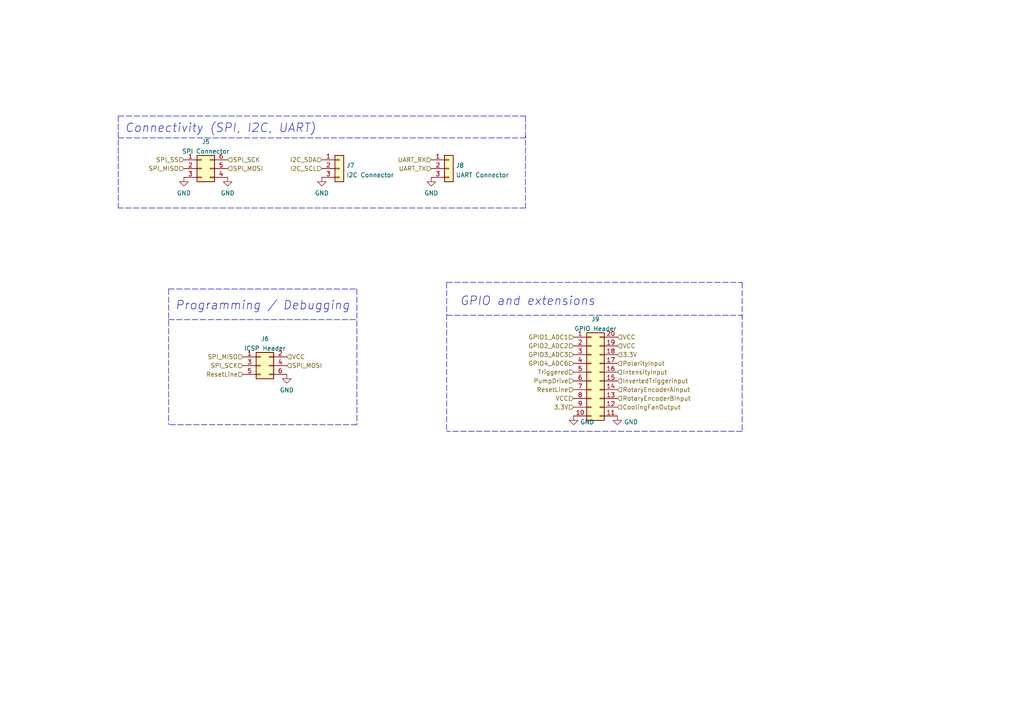
<source format=kicad_sch>
(kicad_sch (version 20211123) (generator eeschema)
  (paper "A4")
  (lib_symbols
    (symbol "Connector_Generic:Conn_01x03" (pin_names (offset 1.016) hide)
      (property "Reference" "J" (at 0 5.08 0))
      (property "Value" "Conn_01x03" (at 0 -5.08 0))
      (symbol "Conn_01x03_1_1"
        (rectangle (start -1.27 -2.413) (end 0 -2.667) (stroke (width 0.1524)))
        (rectangle (start -1.27 0.127) (end 0 -0.127) (stroke (width 0.1524)))
        (rectangle (start -1.27 2.667) (end 0 2.413) (stroke (width 0.1524)))
        (rectangle (start -1.27 3.81) (end 1.27 -3.81) (stroke (width 0.254)) (fill (type background)))
        (pin passive line (at -5.08 2.54 0) (length 3.81) (name "Pin_1") (number "1"))
        (pin passive line (at -5.08 0 0) (length 3.81) (name "Pin_2") (number "2"))
        (pin passive line (at -5.08 -2.54 0) (length 3.81) (name "Pin_3") (number "3"))
      )
    )
    (symbol "Connector_Generic:Conn_02x03_Counter_Clockwise" (pin_names (offset 1.016) hide)
      (property "Reference" "J" (at 1.27 5.08 0))
      (property "Value" "Conn_02x03_Counter_Clockwise" (at 1.27 -5.08 0))
      (symbol "Conn_02x03_Counter_Clockwise_1_1"
        (rectangle (start -1.27 -2.413) (end 0 -2.667) (stroke (width 0.1524)))
        (rectangle (start -1.27 0.127) (end 0 -0.127) (stroke (width 0.1524)))
        (rectangle (start -1.27 2.667) (end 0 2.413) (stroke (width 0.1524)))
        (rectangle (start -1.27 3.81) (end 3.81 -3.81) (stroke (width 0.254)) (fill (type background)))
        (rectangle (start 3.81 -2.413) (end 2.54 -2.667) (stroke (width 0.1524)))
        (rectangle (start 3.81 0.127) (end 2.54 -0.127) (stroke (width 0.1524)))
        (rectangle (start 3.81 2.667) (end 2.54 2.413) (stroke (width 0.1524)))
        (pin passive line (at -5.08 2.54 0) (length 3.81) (name "Pin_1") (number "1"))
        (pin passive line (at -5.08 0 0) (length 3.81) (name "Pin_2") (number "2"))
        (pin passive line (at -5.08 -2.54 0) (length 3.81) (name "Pin_3") (number "3"))
        (pin passive line (at 7.62 -2.54 180) (length 3.81) (name "Pin_4") (number "4"))
        (pin passive line (at 7.62 0 180) (length 3.81) (name "Pin_5") (number "5"))
        (pin passive line (at 7.62 2.54 180) (length 3.81) (name "Pin_6") (number "6"))
      )
    )
    (symbol "Connector_Generic:Conn_02x03_Odd_Even" (pin_names (offset 1.016) hide)
      (property "Reference" "J" (at 1.27 5.08 0))
      (property "Value" "Conn_02x03_Odd_Even" (at 1.27 -5.08 0))
      (symbol "Conn_02x03_Odd_Even_1_1"
        (rectangle (start -1.27 -2.413) (end 0 -2.667) (stroke (width 0.1524)))
        (rectangle (start -1.27 0.127) (end 0 -0.127) (stroke (width 0.1524)))
        (rectangle (start -1.27 2.667) (end 0 2.413) (stroke (width 0.1524)))
        (rectangle (start -1.27 3.81) (end 3.81 -3.81) (stroke (width 0.254)) (fill (type background)))
        (rectangle (start 3.81 -2.413) (end 2.54 -2.667) (stroke (width 0.1524)))
        (rectangle (start 3.81 0.127) (end 2.54 -0.127) (stroke (width 0.1524)))
        (rectangle (start 3.81 2.667) (end 2.54 2.413) (stroke (width 0.1524)))
        (pin passive line (at -5.08 2.54 0) (length 3.81) (name "Pin_1") (number "1"))
        (pin passive line (at 7.62 2.54 180) (length 3.81) (name "Pin_2") (number "2"))
        (pin passive line (at -5.08 0 0) (length 3.81) (name "Pin_3") (number "3"))
        (pin passive line (at 7.62 0 180) (length 3.81) (name "Pin_4") (number "4"))
        (pin passive line (at -5.08 -2.54 0) (length 3.81) (name "Pin_5") (number "5"))
        (pin passive line (at 7.62 -2.54 180) (length 3.81) (name "Pin_6") (number "6"))
      )
    )
    (symbol "Connector_Generic:Conn_02x10_Counter_Clockwise" (pin_names (offset 1.016) hide)
      (property "Reference" "J" (at 1.27 12.7 0))
      (property "Value" "Conn_02x10_Counter_Clockwise" (at 1.27 -15.24 0))
      (symbol "Conn_02x10_Counter_Clockwise_1_1"
        (rectangle (start -1.27 -12.573) (end 0 -12.827) (stroke (width 0.1524)))
        (rectangle (start -1.27 -10.033) (end 0 -10.287) (stroke (width 0.1524)))
        (rectangle (start -1.27 -7.493) (end 0 -7.747) (stroke (width 0.1524)))
        (rectangle (start -1.27 -4.953) (end 0 -5.207) (stroke (width 0.1524)))
        (rectangle (start -1.27 -2.413) (end 0 -2.667) (stroke (width 0.1524)))
        (rectangle (start -1.27 0.127) (end 0 -0.127) (stroke (width 0.1524)))
        (rectangle (start -1.27 2.667) (end 0 2.413) (stroke (width 0.1524)))
        (rectangle (start -1.27 5.207) (end 0 4.953) (stroke (width 0.1524)))
        (rectangle (start -1.27 7.747) (end 0 7.493) (stroke (width 0.1524)))
        (rectangle (start -1.27 10.287) (end 0 10.033) (stroke (width 0.1524)))
        (rectangle (start -1.27 11.43) (end 3.81 -13.97) (stroke (width 0.254)) (fill (type background)))
        (rectangle (start 3.81 -12.573) (end 2.54 -12.827) (stroke (width 0.1524)))
        (rectangle (start 3.81 -10.033) (end 2.54 -10.287) (stroke (width 0.1524)))
        (rectangle (start 3.81 -7.493) (end 2.54 -7.747) (stroke (width 0.1524)))
        (rectangle (start 3.81 -4.953) (end 2.54 -5.207) (stroke (width 0.1524)))
        (rectangle (start 3.81 -2.413) (end 2.54 -2.667) (stroke (width 0.1524)))
        (rectangle (start 3.81 0.127) (end 2.54 -0.127) (stroke (width 0.1524)))
        (rectangle (start 3.81 2.667) (end 2.54 2.413) (stroke (width 0.1524)))
        (rectangle (start 3.81 5.207) (end 2.54 4.953) (stroke (width 0.1524)))
        (rectangle (start 3.81 7.747) (end 2.54 7.493) (stroke (width 0.1524)))
        (rectangle (start 3.81 10.287) (end 2.54 10.033) (stroke (width 0.1524)))
        (pin passive line (at -5.08 10.16 0) (length 3.81) (name "Pin_1") (number "1"))
        (pin passive line (at -5.08 -12.7 0) (length 3.81) (name "Pin_10") (number "10"))
        (pin passive line (at 7.62 -12.7 180) (length 3.81) (name "Pin_11") (number "11"))
        (pin passive line (at 7.62 -10.16 180) (length 3.81) (name "Pin_12") (number "12"))
        (pin passive line (at 7.62 -7.62 180) (length 3.81) (name "Pin_13") (number "13"))
        (pin passive line (at 7.62 -5.08 180) (length 3.81) (name "Pin_14") (number "14"))
        (pin passive line (at 7.62 -2.54 180) (length 3.81) (name "Pin_15") (number "15"))
        (pin passive line (at 7.62 0 180) (length 3.81) (name "Pin_16") (number "16"))
        (pin passive line (at 7.62 2.54 180) (length 3.81) (name "Pin_17") (number "17"))
        (pin passive line (at 7.62 5.08 180) (length 3.81) (name "Pin_18") (number "18"))
        (pin passive line (at 7.62 7.62 180) (length 3.81) (name "Pin_19") (number "19"))
        (pin passive line (at -5.08 7.62 0) (length 3.81) (name "Pin_2") (number "2"))
        (pin passive line (at 7.62 10.16 180) (length 3.81) (name "Pin_20") (number "20"))
        (pin passive line (at -5.08 5.08 0) (length 3.81) (name "Pin_3") (number "3"))
        (pin passive line (at -5.08 2.54 0) (length 3.81) (name "Pin_4") (number "4"))
        (pin passive line (at -5.08 0 0) (length 3.81) (name "Pin_5") (number "5"))
        (pin passive line (at -5.08 -2.54 0) (length 3.81) (name "Pin_6") (number "6"))
        (pin passive line (at -5.08 -5.08 0) (length 3.81) (name "Pin_7") (number "7"))
        (pin passive line (at -5.08 -7.62 0) (length 3.81) (name "Pin_8") (number "8"))
        (pin passive line (at -5.08 -10.16 0) (length 3.81) (name "Pin_9") (number "9"))
      )
    )
    (symbol "power:GND" (power) (pin_names (offset 0))
      (property "Value" "GND" (at 0 -3.81 0))
      (symbol "GND_0_1"
        (polyline (pts (xy 0 0) (xy 0 -1.27) (xy 1.27 -1.27) (xy 0 -2.54) (xy -1.27 -1.27) (xy 0 -1.27)))
      )
      (symbol "GND_1_1"
        (pin power_in line (at 0 0 270) (length 0) hide (name "GND") (number "1"))
      )
    )
  )
  (polyline (pts (xy 34.29 40.005) (xy 152.4 40.005)))
  (polyline (pts (xy 215.265 91.44) (xy 215.265 92.075)))
  (polyline (pts (xy 152.4 40.005) (xy 152.4 39.37)))
  (polyline (pts (xy 34.29 33.655) (xy 34.29 60.325)))
  (polyline (pts (xy 48.895 92.71) (xy 103.505 92.71)))
  (polyline (pts (xy 215.265 125.095) (xy 129.54 125.095)))
  (polyline (pts (xy 48.895 83.82) (xy 48.895 123.19)))
  (polyline (pts (xy 152.4 60.325) (xy 34.29 60.325)))
  (polyline (pts (xy 34.29 33.655) (xy 152.4 33.655)))
  (polyline (pts (xy 129.54 81.915) (xy 129.54 125.095)))
  (polyline (pts (xy 152.4 33.655) (xy 152.4 60.325)))
  (polyline (pts (xy 129.54 81.915) (xy 215.265 81.915)))
  (polyline (pts (xy 48.895 83.82) (xy 103.505 83.82)))
  (polyline (pts (xy 103.505 123.19) (xy 48.895 123.19)))
  (polyline (pts (xy 103.505 83.82) (xy 103.505 123.19)))
  (polyline (pts (xy 129.54 91.44) (xy 215.265 91.44)))
  (polyline (pts (xy 215.265 81.915) (xy 215.265 125.095)))
  (text "GPIO and extensions" (at 133.35 88.9 0) (effects (font (size 2.5 2.5) italic) (justify left bottom)))
  (text "Connectivity (SPI, I2C, UART)" (at 36.195 38.735 0) (effects (font (size 2.5 2.5) italic) (justify left bottom)))
  (text "Programming / Debugging" (at 50.8 90.17 0) (effects (font (size 2.5 2.5) italic) (justify left bottom)))
  (hierarchical_label "VCC" (shape input) (at 179.07 100.33 0))
  (hierarchical_label "GPIO4_ADC6" (shape input) (at 166.37 105.41 180))
  (hierarchical_label "VCC" (shape input) (at 166.37 115.57 180))
  (hierarchical_label "GPIO1_ADC1" (shape input) (at 166.37 97.79 180))
  (hierarchical_label "SPI_SCK" (shape input) (at 66.04 46.355 0))
  (hierarchical_label "GPIO3_ADC3" (shape input) (at 166.37 102.87 180))
  (hierarchical_label "VCC" (shape input) (at 179.07 97.79 0))
  (hierarchical_label "PolarityInput" (shape input) (at 179.07 105.41 0))
  (hierarchical_label "IntensityInput" (shape input) (at 179.07 107.95 0))
  (hierarchical_label "Triggered" (shape input) (at 166.37 107.95 180))
  (hierarchical_label "ResetLine" (shape input) (at 166.37 113.03 180))
  (hierarchical_label "3.3V" (shape input) (at 179.07 102.87 0))
  (hierarchical_label "SPI_MISO" (shape input) (at 70.485 103.505 180))
  (hierarchical_label "PumpDrive" (shape input) (at 166.37 110.49 180))
  (hierarchical_label "I2C_SDA" (shape input) (at 93.345 46.355 180))
  (hierarchical_label "UART_RX" (shape input) (at 125.095 46.355 180))
  (hierarchical_label "SPI_SS" (shape input) (at 53.34 46.355 180))
  (hierarchical_label "SPI_MOSI" (shape input) (at 83.185 106.045 0))
  (hierarchical_label "RotaryEncoderBInput" (shape input) (at 179.07 115.57 0))
  (hierarchical_label "3.3V" (shape input) (at 166.37 118.11 180))
  (hierarchical_label "SPI_SCK" (shape input) (at 70.485 106.045 180))
  (hierarchical_label "UART_TX" (shape input) (at 125.095 48.895 180))
  (hierarchical_label "VCC" (shape input) (at 83.185 103.505 0))
  (hierarchical_label "SPI_MISO" (shape input) (at 53.34 48.895 180))
  (hierarchical_label "ResetLine" (shape input) (at 70.485 108.585 180))
  (hierarchical_label "SPI_MOSI" (shape input) (at 66.04 48.895 0))
  (hierarchical_label "RotaryEncoderAInput" (shape input) (at 179.07 113.03 0))
  (hierarchical_label "CoolingFanOutput" (shape input) (at 179.07 118.11 0))
  (hierarchical_label "GPIO2_ADC2" (shape input) (at 166.37 100.33 180))
  (hierarchical_label "InvertedTriggerInput" (shape input) (at 179.07 110.49 0))
  (hierarchical_label "I2C_SCL" (shape input) (at 93.345 48.895 180))
  (symbol (lib_id "Connector_Generic:Conn_01x03") (at 130.175 48.895 0) (unit 1)
    (property "Reference" "J8" (at 132.207 47.9865 0) (effects (justify left)))
    (property "Value" "UART Connector" (at 132.207 50.7616 0) (effects (justify left)))
  )
  (symbol (lib_id "power:GND") (at 83.185 108.585 0) (unit 1)
    (property "Reference" "#PWR05" (effects hide))
    (property "Value" "GND" (at 83.185 113.1475 0))
  )
  (symbol (lib_id "Connector_Generic:Conn_02x10_Counter_Clockwise") (at 171.45 107.95 0) (unit 1)
    (property "Reference" "J9" (at 172.72 92.5535 0))
    (property "Value" "GPIO Header" (at 172.72 95.3286 0))
  )
  (symbol (lib_id "Connector_Generic:Conn_02x03_Counter_Clockwise") (at 58.42 48.895 0) (unit 1)
    (property "Reference" "J5" (at 59.69 41.1185 0))
    (property "Value" "SPI Connector" (at 59.69 43.8936 0))
  )
  (symbol (lib_id "power:GND") (at 166.37 120.65 0) (unit 1)
    (property "Reference" "#PWR08" (effects hide))
    (property "Value" "GND" (at 168.275 122.399 0) (effects (justify left)))
  )
  (symbol (lib_id "power:GND") (at 179.07 120.65 0) (unit 1)
    (property "Reference" "#PWR09" (effects hide))
    (property "Value" "GND" (at 180.975 122.399 0) (effects (justify left)))
  )
  (symbol (lib_id "power:GND") (at 53.34 51.435 0) (unit 1)
    (property "Reference" "#PWR03" (effects hide))
    (property "Value" "GND" (at 53.34 55.9975 0))
  )
  (symbol (lib_id "Connector_Generic:Conn_01x03") (at 98.425 48.895 0) (unit 1)
    (property "Reference" "J7" (at 100.457 47.9865 0) (effects (justify left)))
    (property "Value" "I2C Connector" (at 100.457 50.7616 0) (effects (justify left)))
  )
  (symbol (lib_id "power:GND") (at 93.345 51.435 0) (unit 1)
    (property "Reference" "#PWR06" (effects hide))
    (property "Value" "GND" (at 93.345 55.9975 0))
  )
  (symbol (lib_id "Connector_Generic:Conn_02x03_Odd_Even") (at 75.565 106.045 0) (unit 1)
    (property "Reference" "J6" (at 76.835 98.2685 0))
    (property "Value" "ICSP Header" (at 76.835 101.0436 0))
  )
  (symbol (lib_id "power:GND") (at 66.04 51.435 0) (unit 1)
    (property "Reference" "#PWR04" (effects hide))
    (property "Value" "GND" (at 66.04 55.9975 0))
  )
  (symbol (lib_id "power:GND") (at 125.095 51.435 0) (unit 1)
    (property "Reference" "#PWR07" (effects hide))
    (property "Value" "GND" (at 125.095 55.9975 0))
  )
)
</source>
